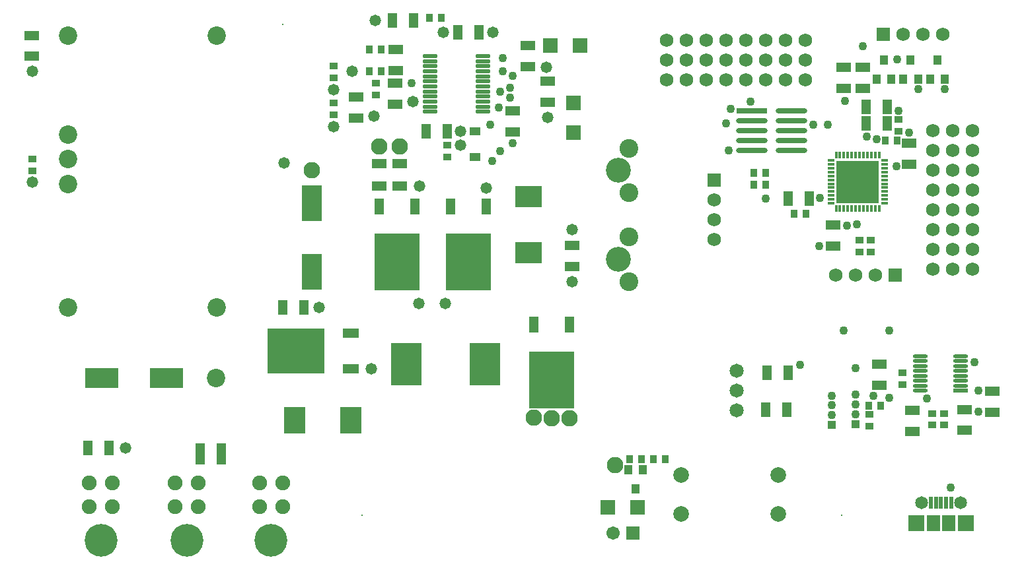
<source format=gts>
G04 Layer_Color=8388736*
%FSLAX25Y25*%
%MOIN*%
G70*
G01*
G75*
%ADD75R,0.02165X0.05905*%
%ADD76R,0.06706X0.08280*%
%ADD77R,0.07887X0.08280*%
%ADD78R,0.21666X0.21666*%
%ADD79R,0.01457X0.03819*%
%ADD80R,0.03819X0.01457*%
%ADD81O,0.07433X0.01933*%
%ADD82R,0.07433X0.01933*%
%ADD83R,0.05603X0.04383*%
%ADD84R,0.15800X0.02800*%
%ADD85O,0.15800X0.02800*%
%ADD86R,0.10052X0.18320*%
%ADD87R,0.04934X0.08477*%
%ADD88R,0.22847X0.28753*%
%ADD89R,0.08477X0.04934*%
%ADD90R,0.28753X0.22847*%
%ADD91R,0.03950X0.04737*%
%ADD92O,0.07520X0.02205*%
%ADD93R,0.17139X0.10052*%
%ADD94R,0.15367X0.21272*%
%ADD95R,0.13398X0.11036*%
%ADD96R,0.11036X0.13398*%
%ADD97R,0.07316X0.07375*%
%ADD98R,0.07375X0.07316*%
%ADD99R,0.07493X0.04934*%
%ADD100R,0.03556X0.04343*%
%ADD101R,0.07493X0.05131*%
%ADD102R,0.04343X0.03556*%
%ADD103R,0.05131X0.07493*%
%ADD104R,0.05131X0.11036*%
%ADD105C,0.00800*%
%ADD106C,0.06509*%
%ADD107C,0.07493*%
%ADD108C,0.16548*%
%ADD109C,0.09461*%
%ADD110C,0.12611*%
%ADD111R,0.04343X0.04343*%
%ADD112C,0.04343*%
%ADD113C,0.07131*%
%ADD114C,0.07918*%
%ADD115C,0.09300*%
%ADD116C,0.06800*%
%ADD117R,0.06800X0.06800*%
%ADD118R,0.06800X0.06800*%
%ADD119C,0.06706*%
%ADD120R,0.06706X0.06706*%
%ADD121C,0.04300*%
%ADD122C,0.05800*%
%ADD123C,0.08300*%
D75*
X690677Y191500D02*
D03*
X688118D02*
D03*
X685559D02*
D03*
X683000D02*
D03*
X680441D02*
D03*
D76*
X689496Y180870D02*
D03*
X681622D02*
D03*
D77*
X672961D02*
D03*
X698158D02*
D03*
D78*
X643453Y353476D02*
D03*
D79*
X632626Y367000D02*
D03*
X634594D02*
D03*
X636563D02*
D03*
X638531D02*
D03*
X640500D02*
D03*
X642469D02*
D03*
X644437D02*
D03*
X646406D02*
D03*
X648374D02*
D03*
X650343D02*
D03*
X652311D02*
D03*
X654280D02*
D03*
Y339953D02*
D03*
X652311D02*
D03*
X650343D02*
D03*
X648374D02*
D03*
X646406D02*
D03*
X644437D02*
D03*
X642469D02*
D03*
X640500D02*
D03*
X638531D02*
D03*
X636563D02*
D03*
X634594D02*
D03*
X632626D02*
D03*
D80*
X656976Y364303D02*
D03*
Y362335D02*
D03*
Y360366D02*
D03*
Y358398D02*
D03*
Y356429D02*
D03*
Y354461D02*
D03*
Y352492D02*
D03*
Y350524D02*
D03*
Y348555D02*
D03*
Y346587D02*
D03*
Y344618D02*
D03*
Y342650D02*
D03*
X629929D02*
D03*
Y344618D02*
D03*
Y346587D02*
D03*
Y348555D02*
D03*
Y350524D02*
D03*
Y352492D02*
D03*
Y354461D02*
D03*
Y356429D02*
D03*
Y358398D02*
D03*
Y360366D02*
D03*
Y362335D02*
D03*
Y364303D02*
D03*
D81*
X675000Y265500D02*
D03*
Y263000D02*
D03*
Y260500D02*
D03*
Y258000D02*
D03*
Y255500D02*
D03*
Y253000D02*
D03*
Y250500D02*
D03*
Y248000D02*
D03*
X695500Y265500D02*
D03*
Y263000D02*
D03*
Y260500D02*
D03*
Y258000D02*
D03*
Y255500D02*
D03*
Y253000D02*
D03*
Y250500D02*
D03*
D82*
Y248000D02*
D03*
D83*
X450500Y366028D02*
D03*
Y378902D02*
D03*
D84*
X590000Y389500D02*
D03*
D85*
Y384500D02*
D03*
Y379500D02*
D03*
Y374500D02*
D03*
Y369500D02*
D03*
X610000Y389500D02*
D03*
Y384500D02*
D03*
Y379500D02*
D03*
Y374500D02*
D03*
Y369500D02*
D03*
D86*
X368000Y342787D02*
D03*
Y308142D02*
D03*
D87*
X498016Y281417D02*
D03*
X479984D02*
D03*
X456032Y340965D02*
D03*
X438000D02*
D03*
X420000D02*
D03*
X401968D02*
D03*
D88*
X489000Y253465D02*
D03*
X447016Y313012D02*
D03*
X410984D02*
D03*
D89*
X387898Y258949D02*
D03*
Y276980D02*
D03*
D90*
X359945Y267965D02*
D03*
D91*
X531500Y198500D02*
D03*
X527760Y207949D02*
D03*
X535240D02*
D03*
X656760Y414949D02*
D03*
X660500Y405500D02*
D03*
X653020D02*
D03*
X670240Y414949D02*
D03*
X673980Y405500D02*
D03*
X666500D02*
D03*
X683740Y414949D02*
D03*
X687480Y405500D02*
D03*
X680000D02*
D03*
D92*
X427614Y417039D02*
D03*
Y414480D02*
D03*
Y411921D02*
D03*
Y409362D02*
D03*
Y406803D02*
D03*
Y404244D02*
D03*
Y401685D02*
D03*
Y399126D02*
D03*
Y396567D02*
D03*
Y394008D02*
D03*
Y391449D02*
D03*
Y388890D02*
D03*
X454386Y417039D02*
D03*
Y414480D02*
D03*
Y411921D02*
D03*
Y409362D02*
D03*
Y406803D02*
D03*
Y404244D02*
D03*
Y401685D02*
D03*
Y399126D02*
D03*
Y396567D02*
D03*
Y394008D02*
D03*
Y391449D02*
D03*
Y388890D02*
D03*
D93*
X262161Y254500D02*
D03*
X294839D02*
D03*
D94*
X415618Y261465D02*
D03*
X455382D02*
D03*
D95*
X477500Y317618D02*
D03*
Y345965D02*
D03*
D96*
X359500Y232965D02*
D03*
X387846D02*
D03*
D97*
X532500Y189000D02*
D03*
X517421D02*
D03*
X503500Y422465D02*
D03*
X488421D02*
D03*
D98*
X500000Y393465D02*
D03*
Y378386D02*
D03*
D99*
X412500Y362575D02*
D03*
Y351354D02*
D03*
X402000Y362575D02*
D03*
Y351354D02*
D03*
D100*
X657500Y374500D02*
D03*
X663406D02*
D03*
X427547Y436465D02*
D03*
X433453D02*
D03*
X397047Y409465D02*
D03*
X402953D02*
D03*
X397047Y420465D02*
D03*
X402953D02*
D03*
X597000Y358000D02*
D03*
X591094D02*
D03*
X617453Y337500D02*
D03*
X611547D02*
D03*
X597000Y352000D02*
D03*
X591094D02*
D03*
X649047Y240500D02*
D03*
X654953D02*
D03*
X540547Y213500D02*
D03*
X546453D02*
D03*
X528547D02*
D03*
X534453D02*
D03*
D101*
X631000Y331815D02*
D03*
Y321185D02*
D03*
X711500Y247815D02*
D03*
Y237185D02*
D03*
X697500Y227870D02*
D03*
Y238500D02*
D03*
X671000Y227370D02*
D03*
Y238000D02*
D03*
X410000Y403279D02*
D03*
Y392650D02*
D03*
X477000Y422280D02*
D03*
Y411650D02*
D03*
X226815Y416870D02*
D03*
Y427500D02*
D03*
X487000Y393650D02*
D03*
Y404280D02*
D03*
X469500Y389280D02*
D03*
Y378650D02*
D03*
X410500Y409650D02*
D03*
Y420280D02*
D03*
X390500Y385650D02*
D03*
Y396280D02*
D03*
X499500Y321280D02*
D03*
Y310650D02*
D03*
X654500Y250685D02*
D03*
Y261315D02*
D03*
X669500Y373000D02*
D03*
Y362370D02*
D03*
X646000Y400685D02*
D03*
Y411315D02*
D03*
X636500D02*
D03*
Y400685D02*
D03*
D102*
X681000Y230594D02*
D03*
X687000D02*
D03*
X681000Y236500D02*
D03*
X687000D02*
D03*
X436500Y366012D02*
D03*
Y371917D02*
D03*
X226953Y365000D02*
D03*
Y359095D02*
D03*
X400500Y403417D02*
D03*
Y397512D02*
D03*
X379000Y387512D02*
D03*
Y393417D02*
D03*
Y406012D02*
D03*
Y411917D02*
D03*
X644500Y318047D02*
D03*
Y323953D02*
D03*
X649500Y235953D02*
D03*
Y230047D02*
D03*
X650106Y318047D02*
D03*
Y323953D02*
D03*
X664000Y384953D02*
D03*
Y379047D02*
D03*
X666000Y256953D02*
D03*
Y251047D02*
D03*
D103*
X425685Y378965D02*
D03*
X436315D02*
D03*
X255185Y219000D02*
D03*
X265815D02*
D03*
X441685Y428965D02*
D03*
X452315D02*
D03*
X408685Y434965D02*
D03*
X419315D02*
D03*
X364000Y289965D02*
D03*
X353370D02*
D03*
X607815Y238500D02*
D03*
X597185D02*
D03*
X608315Y257000D02*
D03*
X597685D02*
D03*
X658315Y391500D02*
D03*
X647685D02*
D03*
X658500Y383000D02*
D03*
X647870D02*
D03*
X608370Y345000D02*
D03*
X619000D02*
D03*
D104*
X311685Y216000D02*
D03*
X322315D02*
D03*
D105*
X671779Y180870D02*
D03*
X699339D02*
D03*
X635500Y185039D02*
D03*
X393500Y185000D02*
D03*
X353500Y433000D02*
D03*
D106*
X675716Y191500D02*
D03*
X695402D02*
D03*
D107*
X299095Y189508D02*
D03*
X310906D02*
D03*
Y201319D02*
D03*
X299095D02*
D03*
X341595Y189508D02*
D03*
X353405D02*
D03*
Y201319D02*
D03*
X341595D02*
D03*
X255689Y189500D02*
D03*
X267500D02*
D03*
Y201311D02*
D03*
X255689D02*
D03*
D108*
X305000Y172500D02*
D03*
X347500D02*
D03*
X261595Y172492D02*
D03*
D109*
X528000Y325559D02*
D03*
Y303118D02*
D03*
Y370441D02*
D03*
Y348000D02*
D03*
D110*
X522724Y314339D02*
D03*
Y359221D02*
D03*
D111*
X630500Y230736D02*
D03*
X642500Y231157D02*
D03*
D112*
X630500Y235658D02*
D03*
Y240579D02*
D03*
Y245500D02*
D03*
X642500Y236079D02*
D03*
Y241000D02*
D03*
Y245921D02*
D03*
D113*
X582500Y238000D02*
D03*
Y248000D02*
D03*
Y258000D02*
D03*
D114*
X603500Y205500D02*
D03*
X554287D02*
D03*
X603500Y185815D02*
D03*
X554287D02*
D03*
D115*
X320000Y427500D02*
D03*
X245000D02*
D03*
Y377500D02*
D03*
Y365000D02*
D03*
Y352500D02*
D03*
Y290000D02*
D03*
X320000D02*
D03*
X319750Y254250D02*
D03*
D116*
X701500Y309500D02*
D03*
X691500D02*
D03*
X681500D02*
D03*
X701500Y319500D02*
D03*
X691500D02*
D03*
X681500D02*
D03*
X701500Y329500D02*
D03*
X691500D02*
D03*
X681500D02*
D03*
X701500Y339500D02*
D03*
X691500D02*
D03*
X681500D02*
D03*
X701500Y349500D02*
D03*
X691500D02*
D03*
X681500D02*
D03*
X701500Y359500D02*
D03*
X691500D02*
D03*
X681500D02*
D03*
X701500Y369500D02*
D03*
X691500D02*
D03*
X681500D02*
D03*
Y379500D02*
D03*
X691500D02*
D03*
X701500D02*
D03*
X617000Y425000D02*
D03*
Y415000D02*
D03*
Y405000D02*
D03*
X607000Y425000D02*
D03*
Y415000D02*
D03*
Y405000D02*
D03*
X597000Y425000D02*
D03*
Y415000D02*
D03*
Y405000D02*
D03*
X587000Y425000D02*
D03*
Y415000D02*
D03*
Y405000D02*
D03*
X577000Y425000D02*
D03*
Y415000D02*
D03*
Y405000D02*
D03*
X567000Y425000D02*
D03*
Y415000D02*
D03*
Y405000D02*
D03*
X557000Y425000D02*
D03*
Y415000D02*
D03*
Y405000D02*
D03*
X547000D02*
D03*
Y415000D02*
D03*
Y425000D02*
D03*
X652500Y306500D02*
D03*
X642500D02*
D03*
X632500D02*
D03*
X571000Y344500D02*
D03*
Y334500D02*
D03*
Y324500D02*
D03*
X666500Y428000D02*
D03*
X676500D02*
D03*
X686500D02*
D03*
D117*
X662500Y306500D02*
D03*
X656500Y428000D02*
D03*
D118*
X571000Y354500D02*
D03*
D119*
X520000Y176000D02*
D03*
D120*
X530000D02*
D03*
D121*
X663000Y361500D02*
D03*
X589500Y394000D02*
D03*
X638000Y331500D02*
D03*
X643000Y332000D02*
D03*
X687500Y400500D02*
D03*
X614500Y261000D02*
D03*
X637000Y394500D02*
D03*
X690500Y199000D02*
D03*
X678500Y244000D02*
D03*
X464500Y415965D02*
D03*
Y409465D02*
D03*
X469500Y406965D02*
D03*
X468000Y400965D02*
D03*
X418500Y403465D02*
D03*
X458000Y382465D02*
D03*
X462984Y368980D02*
D03*
X469500Y372965D02*
D03*
X459000Y363965D02*
D03*
X468000Y395965D02*
D03*
X463000Y399134D02*
D03*
X462500Y390965D02*
D03*
X597000Y345000D02*
D03*
X579500Y390500D02*
D03*
X577000Y383000D02*
D03*
X578500Y369500D02*
D03*
X621000Y382500D02*
D03*
X628500D02*
D03*
X663500Y415500D02*
D03*
X674000Y400500D02*
D03*
X669500Y378500D02*
D03*
X646000Y422000D02*
D03*
X704500Y248000D02*
D03*
Y237500D02*
D03*
X659500Y244500D02*
D03*
X702500Y262500D02*
D03*
X642500Y259500D02*
D03*
X624000Y321000D02*
D03*
X659500Y278500D02*
D03*
X636500D02*
D03*
X624500Y345500D02*
D03*
X664000Y389500D02*
D03*
X648000Y376500D02*
D03*
X653000Y375000D02*
D03*
X651500Y245500D02*
D03*
D122*
X459500Y428965D02*
D03*
X434500D02*
D03*
X487000Y385965D02*
D03*
X400000Y434965D02*
D03*
X419000Y393965D02*
D03*
X399500Y386650D02*
D03*
X388500Y409465D02*
D03*
X379000Y399965D02*
D03*
X443000Y378965D02*
D03*
Y371965D02*
D03*
X499500Y302965D02*
D03*
Y329465D02*
D03*
X371685Y289965D02*
D03*
X379000Y381465D02*
D03*
X354000Y362965D02*
D03*
X422000Y291965D02*
D03*
X435500D02*
D03*
X486500Y411465D02*
D03*
X456000Y350465D02*
D03*
X422500Y351465D02*
D03*
X398000Y258965D02*
D03*
X227000Y409500D02*
D03*
X226953Y353453D02*
D03*
X274000Y219000D02*
D03*
D123*
X402000Y371465D02*
D03*
X412500D02*
D03*
X368000Y359465D02*
D03*
X489000Y234000D02*
D03*
X480000Y234500D02*
D03*
X498000Y234000D02*
D03*
X521000Y210500D02*
D03*
M02*

</source>
